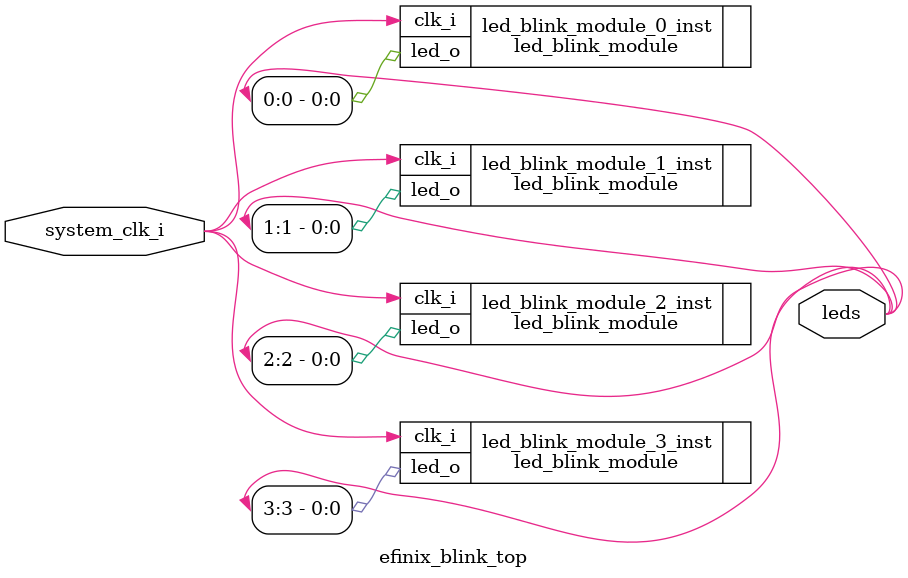
<source format=v>
module efinix_blink_top
(
    input  wire       system_clk_i,
    output wire [3:0] leds
);

    led_blink_module led_blink_module_0_inst
    (
        .clk_i ( system_clk_i ),
        .led_o ( leds[0]      )
    );

    led_blink_module led_blink_module_1_inst
    (
        .clk_i ( system_clk_i ),
        .led_o ( leds[1]      )
    );

    led_blink_module led_blink_module_2_inst
    (
        .clk_i ( system_clk_i ),
        .led_o ( leds[2]      )
    );    
    
    led_blink_module led_blink_module_3_inst
    (
        .clk_i ( system_clk_i ),
        .led_o ( leds[3]      )
    );    
    
endmodule
</source>
